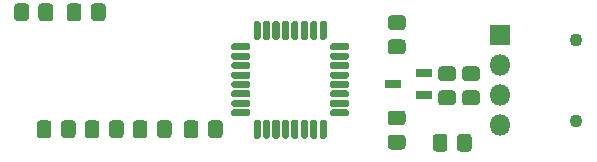
<source format=gbr>
%TF.GenerationSoftware,KiCad,Pcbnew,5.1.6-c6e7f7d~87~ubuntu18.04.1*%
%TF.CreationDate,2020-09-27T19:16:18+01:00*%
%TF.ProjectId,OLED_USB_Stick,4f4c4544-5f55-4534-925f-537469636b2e,rev?*%
%TF.SameCoordinates,Original*%
%TF.FileFunction,Soldermask,Bot*%
%TF.FilePolarity,Negative*%
%FSLAX46Y46*%
G04 Gerber Fmt 4.6, Leading zero omitted, Abs format (unit mm)*
G04 Created by KiCad (PCBNEW 5.1.6-c6e7f7d~87~ubuntu18.04.1) date 2020-09-27 19:16:18*
%MOMM*%
%LPD*%
G01*
G04 APERTURE LIST*
%ADD10O,1.800000X1.800000*%
%ADD11R,1.800000X1.800000*%
%ADD12C,1.100000*%
%ADD13R,1.320000X0.750000*%
G04 APERTURE END LIST*
%TO.C,R8*%
G36*
G01*
X139173000Y-72546738D02*
X139173000Y-73503262D01*
G75*
G02*
X138901262Y-73775000I-271738J0D01*
G01*
X138194738Y-73775000D01*
G75*
G02*
X137923000Y-73503262I0J271738D01*
G01*
X137923000Y-72546738D01*
G75*
G02*
X138194738Y-72275000I271738J0D01*
G01*
X138901262Y-72275000D01*
G75*
G02*
X139173000Y-72546738I0J-271738D01*
G01*
G37*
G36*
G01*
X141223000Y-72546738D02*
X141223000Y-73503262D01*
G75*
G02*
X140951262Y-73775000I-271738J0D01*
G01*
X140244738Y-73775000D01*
G75*
G02*
X139973000Y-73503262I0J271738D01*
G01*
X139973000Y-72546738D01*
G75*
G02*
X140244738Y-72275000I271738J0D01*
G01*
X140951262Y-72275000D01*
G75*
G02*
X141223000Y-72546738I0J-271738D01*
G01*
G37*
%TD*%
%TO.C,D5*%
G36*
G01*
X144418000Y-73503262D02*
X144418000Y-72546738D01*
G75*
G02*
X144689738Y-72275000I271738J0D01*
G01*
X145396262Y-72275000D01*
G75*
G02*
X145668000Y-72546738I0J-271738D01*
G01*
X145668000Y-73503262D01*
G75*
G02*
X145396262Y-73775000I-271738J0D01*
G01*
X144689738Y-73775000D01*
G75*
G02*
X144418000Y-73503262I0J271738D01*
G01*
G37*
G36*
G01*
X142368000Y-73503262D02*
X142368000Y-72546738D01*
G75*
G02*
X142639738Y-72275000I271738J0D01*
G01*
X143346262Y-72275000D01*
G75*
G02*
X143618000Y-72546738I0J-271738D01*
G01*
X143618000Y-73503262D01*
G75*
G02*
X143346262Y-73775000I-271738J0D01*
G01*
X142639738Y-73775000D01*
G75*
G02*
X142368000Y-73503262I0J271738D01*
G01*
G37*
%TD*%
%TO.C,R7*%
G36*
G01*
X176115238Y-79648000D02*
X177071762Y-79648000D01*
G75*
G02*
X177343500Y-79919738I0J-271738D01*
G01*
X177343500Y-80626262D01*
G75*
G02*
X177071762Y-80898000I-271738J0D01*
G01*
X176115238Y-80898000D01*
G75*
G02*
X175843500Y-80626262I0J271738D01*
G01*
X175843500Y-79919738D01*
G75*
G02*
X176115238Y-79648000I271738J0D01*
G01*
G37*
G36*
G01*
X176115238Y-77598000D02*
X177071762Y-77598000D01*
G75*
G02*
X177343500Y-77869738I0J-271738D01*
G01*
X177343500Y-78576262D01*
G75*
G02*
X177071762Y-78848000I-271738J0D01*
G01*
X176115238Y-78848000D01*
G75*
G02*
X175843500Y-78576262I0J271738D01*
G01*
X175843500Y-77869738D01*
G75*
G02*
X176115238Y-77598000I271738J0D01*
G01*
G37*
%TD*%
%TO.C,R6*%
G36*
G01*
X174083238Y-79648000D02*
X175039762Y-79648000D01*
G75*
G02*
X175311500Y-79919738I0J-271738D01*
G01*
X175311500Y-80626262D01*
G75*
G02*
X175039762Y-80898000I-271738J0D01*
G01*
X174083238Y-80898000D01*
G75*
G02*
X173811500Y-80626262I0J271738D01*
G01*
X173811500Y-79919738D01*
G75*
G02*
X174083238Y-79648000I271738J0D01*
G01*
G37*
G36*
G01*
X174083238Y-77598000D02*
X175039762Y-77598000D01*
G75*
G02*
X175311500Y-77869738I0J-271738D01*
G01*
X175311500Y-78576262D01*
G75*
G02*
X175039762Y-78848000I-271738J0D01*
G01*
X174083238Y-78848000D01*
G75*
G02*
X173811500Y-78576262I0J271738D01*
G01*
X173811500Y-77869738D01*
G75*
G02*
X174083238Y-77598000I271738J0D01*
G01*
G37*
%TD*%
%TO.C,C3*%
G36*
G01*
X154324000Y-83409262D02*
X154324000Y-82452738D01*
G75*
G02*
X154595738Y-82181000I271738J0D01*
G01*
X155302262Y-82181000D01*
G75*
G02*
X155574000Y-82452738I0J-271738D01*
G01*
X155574000Y-83409262D01*
G75*
G02*
X155302262Y-83681000I-271738J0D01*
G01*
X154595738Y-83681000D01*
G75*
G02*
X154324000Y-83409262I0J271738D01*
G01*
G37*
G36*
G01*
X152274000Y-83409262D02*
X152274000Y-82452738D01*
G75*
G02*
X152545738Y-82181000I271738J0D01*
G01*
X153252262Y-82181000D01*
G75*
G02*
X153524000Y-82452738I0J-271738D01*
G01*
X153524000Y-83409262D01*
G75*
G02*
X153252262Y-83681000I-271738J0D01*
G01*
X152545738Y-83681000D01*
G75*
G02*
X152274000Y-83409262I0J271738D01*
G01*
G37*
%TD*%
%TO.C,C1*%
G36*
G01*
X141078000Y-82452738D02*
X141078000Y-83409262D01*
G75*
G02*
X140806262Y-83681000I-271738J0D01*
G01*
X140099738Y-83681000D01*
G75*
G02*
X139828000Y-83409262I0J271738D01*
G01*
X139828000Y-82452738D01*
G75*
G02*
X140099738Y-82181000I271738J0D01*
G01*
X140806262Y-82181000D01*
G75*
G02*
X141078000Y-82452738I0J-271738D01*
G01*
G37*
G36*
G01*
X143128000Y-82452738D02*
X143128000Y-83409262D01*
G75*
G02*
X142856262Y-83681000I-271738J0D01*
G01*
X142149738Y-83681000D01*
G75*
G02*
X141878000Y-83409262I0J271738D01*
G01*
X141878000Y-82452738D01*
G75*
G02*
X142149738Y-82181000I271738J0D01*
G01*
X142856262Y-82181000D01*
G75*
G02*
X143128000Y-82452738I0J-271738D01*
G01*
G37*
%TD*%
%TO.C,C2*%
G36*
G01*
X150006000Y-83409262D02*
X150006000Y-82452738D01*
G75*
G02*
X150277738Y-82181000I271738J0D01*
G01*
X150984262Y-82181000D01*
G75*
G02*
X151256000Y-82452738I0J-271738D01*
G01*
X151256000Y-83409262D01*
G75*
G02*
X150984262Y-83681000I-271738J0D01*
G01*
X150277738Y-83681000D01*
G75*
G02*
X150006000Y-83409262I0J271738D01*
G01*
G37*
G36*
G01*
X147956000Y-83409262D02*
X147956000Y-82452738D01*
G75*
G02*
X148227738Y-82181000I271738J0D01*
G01*
X148934262Y-82181000D01*
G75*
G02*
X149206000Y-82452738I0J-271738D01*
G01*
X149206000Y-83409262D01*
G75*
G02*
X148934262Y-83681000I-271738J0D01*
G01*
X148227738Y-83681000D01*
G75*
G02*
X147956000Y-83409262I0J271738D01*
G01*
G37*
%TD*%
%TO.C,FB1*%
G36*
G01*
X145942000Y-83409262D02*
X145942000Y-82452738D01*
G75*
G02*
X146213738Y-82181000I271738J0D01*
G01*
X146920262Y-82181000D01*
G75*
G02*
X147192000Y-82452738I0J-271738D01*
G01*
X147192000Y-83409262D01*
G75*
G02*
X146920262Y-83681000I-271738J0D01*
G01*
X146213738Y-83681000D01*
G75*
G02*
X145942000Y-83409262I0J271738D01*
G01*
G37*
G36*
G01*
X143892000Y-83409262D02*
X143892000Y-82452738D01*
G75*
G02*
X144163738Y-82181000I271738J0D01*
G01*
X144870262Y-82181000D01*
G75*
G02*
X145142000Y-82452738I0J-271738D01*
G01*
X145142000Y-83409262D01*
G75*
G02*
X144870262Y-83681000I-271738J0D01*
G01*
X144163738Y-83681000D01*
G75*
G02*
X143892000Y-83409262I0J271738D01*
G01*
G37*
%TD*%
D10*
%TO.C,J3*%
X179070000Y-82550000D03*
X179070000Y-80010000D03*
X179070000Y-77470000D03*
D11*
X179070000Y-74930000D03*
%TD*%
D12*
%TO.C,SW1*%
X185521600Y-75412600D03*
X185521600Y-82270600D03*
%TD*%
%TO.C,R5*%
G36*
G01*
X174606000Y-83595738D02*
X174606000Y-84552262D01*
G75*
G02*
X174334262Y-84824000I-271738J0D01*
G01*
X173627738Y-84824000D01*
G75*
G02*
X173356000Y-84552262I0J271738D01*
G01*
X173356000Y-83595738D01*
G75*
G02*
X173627738Y-83324000I271738J0D01*
G01*
X174334262Y-83324000D01*
G75*
G02*
X174606000Y-83595738I0J-271738D01*
G01*
G37*
G36*
G01*
X176656000Y-83595738D02*
X176656000Y-84552262D01*
G75*
G02*
X176384262Y-84824000I-271738J0D01*
G01*
X175677738Y-84824000D01*
G75*
G02*
X175406000Y-84552262I0J271738D01*
G01*
X175406000Y-83595738D01*
G75*
G02*
X175677738Y-83324000I271738J0D01*
G01*
X176384262Y-83324000D01*
G75*
G02*
X176656000Y-83595738I0J-271738D01*
G01*
G37*
%TD*%
%TO.C,U3*%
G36*
G01*
X158190000Y-83565000D02*
X158190000Y-82265000D01*
G75*
G02*
X158340000Y-82115000I150000J0D01*
G01*
X158640000Y-82115000D01*
G75*
G02*
X158790000Y-82265000I0J-150000D01*
G01*
X158790000Y-83565000D01*
G75*
G02*
X158640000Y-83715000I-150000J0D01*
G01*
X158340000Y-83715000D01*
G75*
G02*
X158190000Y-83565000I0J150000D01*
G01*
G37*
G36*
G01*
X158990000Y-83565000D02*
X158990000Y-82265000D01*
G75*
G02*
X159140000Y-82115000I150000J0D01*
G01*
X159440000Y-82115000D01*
G75*
G02*
X159590000Y-82265000I0J-150000D01*
G01*
X159590000Y-83565000D01*
G75*
G02*
X159440000Y-83715000I-150000J0D01*
G01*
X159140000Y-83715000D01*
G75*
G02*
X158990000Y-83565000I0J150000D01*
G01*
G37*
G36*
G01*
X159790000Y-83565000D02*
X159790000Y-82265000D01*
G75*
G02*
X159940000Y-82115000I150000J0D01*
G01*
X160240000Y-82115000D01*
G75*
G02*
X160390000Y-82265000I0J-150000D01*
G01*
X160390000Y-83565000D01*
G75*
G02*
X160240000Y-83715000I-150000J0D01*
G01*
X159940000Y-83715000D01*
G75*
G02*
X159790000Y-83565000I0J150000D01*
G01*
G37*
G36*
G01*
X160590000Y-83565000D02*
X160590000Y-82265000D01*
G75*
G02*
X160740000Y-82115000I150000J0D01*
G01*
X161040000Y-82115000D01*
G75*
G02*
X161190000Y-82265000I0J-150000D01*
G01*
X161190000Y-83565000D01*
G75*
G02*
X161040000Y-83715000I-150000J0D01*
G01*
X160740000Y-83715000D01*
G75*
G02*
X160590000Y-83565000I0J150000D01*
G01*
G37*
G36*
G01*
X161390000Y-83565000D02*
X161390000Y-82265000D01*
G75*
G02*
X161540000Y-82115000I150000J0D01*
G01*
X161840000Y-82115000D01*
G75*
G02*
X161990000Y-82265000I0J-150000D01*
G01*
X161990000Y-83565000D01*
G75*
G02*
X161840000Y-83715000I-150000J0D01*
G01*
X161540000Y-83715000D01*
G75*
G02*
X161390000Y-83565000I0J150000D01*
G01*
G37*
G36*
G01*
X162190000Y-83565000D02*
X162190000Y-82265000D01*
G75*
G02*
X162340000Y-82115000I150000J0D01*
G01*
X162640000Y-82115000D01*
G75*
G02*
X162790000Y-82265000I0J-150000D01*
G01*
X162790000Y-83565000D01*
G75*
G02*
X162640000Y-83715000I-150000J0D01*
G01*
X162340000Y-83715000D01*
G75*
G02*
X162190000Y-83565000I0J150000D01*
G01*
G37*
G36*
G01*
X162990000Y-83565000D02*
X162990000Y-82265000D01*
G75*
G02*
X163140000Y-82115000I150000J0D01*
G01*
X163440000Y-82115000D01*
G75*
G02*
X163590000Y-82265000I0J-150000D01*
G01*
X163590000Y-83565000D01*
G75*
G02*
X163440000Y-83715000I-150000J0D01*
G01*
X163140000Y-83715000D01*
G75*
G02*
X162990000Y-83565000I0J150000D01*
G01*
G37*
G36*
G01*
X163790000Y-83565000D02*
X163790000Y-82265000D01*
G75*
G02*
X163940000Y-82115000I150000J0D01*
G01*
X164240000Y-82115000D01*
G75*
G02*
X164390000Y-82265000I0J-150000D01*
G01*
X164390000Y-83565000D01*
G75*
G02*
X164240000Y-83715000I-150000J0D01*
G01*
X163940000Y-83715000D01*
G75*
G02*
X163790000Y-83565000I0J150000D01*
G01*
G37*
G36*
G01*
X164665000Y-81690000D02*
X164665000Y-81390000D01*
G75*
G02*
X164815000Y-81240000I150000J0D01*
G01*
X166115000Y-81240000D01*
G75*
G02*
X166265000Y-81390000I0J-150000D01*
G01*
X166265000Y-81690000D01*
G75*
G02*
X166115000Y-81840000I-150000J0D01*
G01*
X164815000Y-81840000D01*
G75*
G02*
X164665000Y-81690000I0J150000D01*
G01*
G37*
G36*
G01*
X164665000Y-80890000D02*
X164665000Y-80590000D01*
G75*
G02*
X164815000Y-80440000I150000J0D01*
G01*
X166115000Y-80440000D01*
G75*
G02*
X166265000Y-80590000I0J-150000D01*
G01*
X166265000Y-80890000D01*
G75*
G02*
X166115000Y-81040000I-150000J0D01*
G01*
X164815000Y-81040000D01*
G75*
G02*
X164665000Y-80890000I0J150000D01*
G01*
G37*
G36*
G01*
X164665000Y-80090000D02*
X164665000Y-79790000D01*
G75*
G02*
X164815000Y-79640000I150000J0D01*
G01*
X166115000Y-79640000D01*
G75*
G02*
X166265000Y-79790000I0J-150000D01*
G01*
X166265000Y-80090000D01*
G75*
G02*
X166115000Y-80240000I-150000J0D01*
G01*
X164815000Y-80240000D01*
G75*
G02*
X164665000Y-80090000I0J150000D01*
G01*
G37*
G36*
G01*
X164665000Y-79290000D02*
X164665000Y-78990000D01*
G75*
G02*
X164815000Y-78840000I150000J0D01*
G01*
X166115000Y-78840000D01*
G75*
G02*
X166265000Y-78990000I0J-150000D01*
G01*
X166265000Y-79290000D01*
G75*
G02*
X166115000Y-79440000I-150000J0D01*
G01*
X164815000Y-79440000D01*
G75*
G02*
X164665000Y-79290000I0J150000D01*
G01*
G37*
G36*
G01*
X164665000Y-78490000D02*
X164665000Y-78190000D01*
G75*
G02*
X164815000Y-78040000I150000J0D01*
G01*
X166115000Y-78040000D01*
G75*
G02*
X166265000Y-78190000I0J-150000D01*
G01*
X166265000Y-78490000D01*
G75*
G02*
X166115000Y-78640000I-150000J0D01*
G01*
X164815000Y-78640000D01*
G75*
G02*
X164665000Y-78490000I0J150000D01*
G01*
G37*
G36*
G01*
X164665000Y-77690000D02*
X164665000Y-77390000D01*
G75*
G02*
X164815000Y-77240000I150000J0D01*
G01*
X166115000Y-77240000D01*
G75*
G02*
X166265000Y-77390000I0J-150000D01*
G01*
X166265000Y-77690000D01*
G75*
G02*
X166115000Y-77840000I-150000J0D01*
G01*
X164815000Y-77840000D01*
G75*
G02*
X164665000Y-77690000I0J150000D01*
G01*
G37*
G36*
G01*
X164665000Y-76890000D02*
X164665000Y-76590000D01*
G75*
G02*
X164815000Y-76440000I150000J0D01*
G01*
X166115000Y-76440000D01*
G75*
G02*
X166265000Y-76590000I0J-150000D01*
G01*
X166265000Y-76890000D01*
G75*
G02*
X166115000Y-77040000I-150000J0D01*
G01*
X164815000Y-77040000D01*
G75*
G02*
X164665000Y-76890000I0J150000D01*
G01*
G37*
G36*
G01*
X164665000Y-76090000D02*
X164665000Y-75790000D01*
G75*
G02*
X164815000Y-75640000I150000J0D01*
G01*
X166115000Y-75640000D01*
G75*
G02*
X166265000Y-75790000I0J-150000D01*
G01*
X166265000Y-76090000D01*
G75*
G02*
X166115000Y-76240000I-150000J0D01*
G01*
X164815000Y-76240000D01*
G75*
G02*
X164665000Y-76090000I0J150000D01*
G01*
G37*
G36*
G01*
X163790000Y-75215000D02*
X163790000Y-73915000D01*
G75*
G02*
X163940000Y-73765000I150000J0D01*
G01*
X164240000Y-73765000D01*
G75*
G02*
X164390000Y-73915000I0J-150000D01*
G01*
X164390000Y-75215000D01*
G75*
G02*
X164240000Y-75365000I-150000J0D01*
G01*
X163940000Y-75365000D01*
G75*
G02*
X163790000Y-75215000I0J150000D01*
G01*
G37*
G36*
G01*
X162990000Y-75215000D02*
X162990000Y-73915000D01*
G75*
G02*
X163140000Y-73765000I150000J0D01*
G01*
X163440000Y-73765000D01*
G75*
G02*
X163590000Y-73915000I0J-150000D01*
G01*
X163590000Y-75215000D01*
G75*
G02*
X163440000Y-75365000I-150000J0D01*
G01*
X163140000Y-75365000D01*
G75*
G02*
X162990000Y-75215000I0J150000D01*
G01*
G37*
G36*
G01*
X162190000Y-75215000D02*
X162190000Y-73915000D01*
G75*
G02*
X162340000Y-73765000I150000J0D01*
G01*
X162640000Y-73765000D01*
G75*
G02*
X162790000Y-73915000I0J-150000D01*
G01*
X162790000Y-75215000D01*
G75*
G02*
X162640000Y-75365000I-150000J0D01*
G01*
X162340000Y-75365000D01*
G75*
G02*
X162190000Y-75215000I0J150000D01*
G01*
G37*
G36*
G01*
X161390000Y-75215000D02*
X161390000Y-73915000D01*
G75*
G02*
X161540000Y-73765000I150000J0D01*
G01*
X161840000Y-73765000D01*
G75*
G02*
X161990000Y-73915000I0J-150000D01*
G01*
X161990000Y-75215000D01*
G75*
G02*
X161840000Y-75365000I-150000J0D01*
G01*
X161540000Y-75365000D01*
G75*
G02*
X161390000Y-75215000I0J150000D01*
G01*
G37*
G36*
G01*
X160590000Y-75215000D02*
X160590000Y-73915000D01*
G75*
G02*
X160740000Y-73765000I150000J0D01*
G01*
X161040000Y-73765000D01*
G75*
G02*
X161190000Y-73915000I0J-150000D01*
G01*
X161190000Y-75215000D01*
G75*
G02*
X161040000Y-75365000I-150000J0D01*
G01*
X160740000Y-75365000D01*
G75*
G02*
X160590000Y-75215000I0J150000D01*
G01*
G37*
G36*
G01*
X159790000Y-75215000D02*
X159790000Y-73915000D01*
G75*
G02*
X159940000Y-73765000I150000J0D01*
G01*
X160240000Y-73765000D01*
G75*
G02*
X160390000Y-73915000I0J-150000D01*
G01*
X160390000Y-75215000D01*
G75*
G02*
X160240000Y-75365000I-150000J0D01*
G01*
X159940000Y-75365000D01*
G75*
G02*
X159790000Y-75215000I0J150000D01*
G01*
G37*
G36*
G01*
X158990000Y-75215000D02*
X158990000Y-73915000D01*
G75*
G02*
X159140000Y-73765000I150000J0D01*
G01*
X159440000Y-73765000D01*
G75*
G02*
X159590000Y-73915000I0J-150000D01*
G01*
X159590000Y-75215000D01*
G75*
G02*
X159440000Y-75365000I-150000J0D01*
G01*
X159140000Y-75365000D01*
G75*
G02*
X158990000Y-75215000I0J150000D01*
G01*
G37*
G36*
G01*
X158190000Y-75215000D02*
X158190000Y-73915000D01*
G75*
G02*
X158340000Y-73765000I150000J0D01*
G01*
X158640000Y-73765000D01*
G75*
G02*
X158790000Y-73915000I0J-150000D01*
G01*
X158790000Y-75215000D01*
G75*
G02*
X158640000Y-75365000I-150000J0D01*
G01*
X158340000Y-75365000D01*
G75*
G02*
X158190000Y-75215000I0J150000D01*
G01*
G37*
G36*
G01*
X156315000Y-76090000D02*
X156315000Y-75790000D01*
G75*
G02*
X156465000Y-75640000I150000J0D01*
G01*
X157765000Y-75640000D01*
G75*
G02*
X157915000Y-75790000I0J-150000D01*
G01*
X157915000Y-76090000D01*
G75*
G02*
X157765000Y-76240000I-150000J0D01*
G01*
X156465000Y-76240000D01*
G75*
G02*
X156315000Y-76090000I0J150000D01*
G01*
G37*
G36*
G01*
X156315000Y-76890000D02*
X156315000Y-76590000D01*
G75*
G02*
X156465000Y-76440000I150000J0D01*
G01*
X157765000Y-76440000D01*
G75*
G02*
X157915000Y-76590000I0J-150000D01*
G01*
X157915000Y-76890000D01*
G75*
G02*
X157765000Y-77040000I-150000J0D01*
G01*
X156465000Y-77040000D01*
G75*
G02*
X156315000Y-76890000I0J150000D01*
G01*
G37*
G36*
G01*
X156315000Y-77690000D02*
X156315000Y-77390000D01*
G75*
G02*
X156465000Y-77240000I150000J0D01*
G01*
X157765000Y-77240000D01*
G75*
G02*
X157915000Y-77390000I0J-150000D01*
G01*
X157915000Y-77690000D01*
G75*
G02*
X157765000Y-77840000I-150000J0D01*
G01*
X156465000Y-77840000D01*
G75*
G02*
X156315000Y-77690000I0J150000D01*
G01*
G37*
G36*
G01*
X156315000Y-78490000D02*
X156315000Y-78190000D01*
G75*
G02*
X156465000Y-78040000I150000J0D01*
G01*
X157765000Y-78040000D01*
G75*
G02*
X157915000Y-78190000I0J-150000D01*
G01*
X157915000Y-78490000D01*
G75*
G02*
X157765000Y-78640000I-150000J0D01*
G01*
X156465000Y-78640000D01*
G75*
G02*
X156315000Y-78490000I0J150000D01*
G01*
G37*
G36*
G01*
X156315000Y-79290000D02*
X156315000Y-78990000D01*
G75*
G02*
X156465000Y-78840000I150000J0D01*
G01*
X157765000Y-78840000D01*
G75*
G02*
X157915000Y-78990000I0J-150000D01*
G01*
X157915000Y-79290000D01*
G75*
G02*
X157765000Y-79440000I-150000J0D01*
G01*
X156465000Y-79440000D01*
G75*
G02*
X156315000Y-79290000I0J150000D01*
G01*
G37*
G36*
G01*
X156315000Y-80090000D02*
X156315000Y-79790000D01*
G75*
G02*
X156465000Y-79640000I150000J0D01*
G01*
X157765000Y-79640000D01*
G75*
G02*
X157915000Y-79790000I0J-150000D01*
G01*
X157915000Y-80090000D01*
G75*
G02*
X157765000Y-80240000I-150000J0D01*
G01*
X156465000Y-80240000D01*
G75*
G02*
X156315000Y-80090000I0J150000D01*
G01*
G37*
G36*
G01*
X156315000Y-80890000D02*
X156315000Y-80590000D01*
G75*
G02*
X156465000Y-80440000I150000J0D01*
G01*
X157765000Y-80440000D01*
G75*
G02*
X157915000Y-80590000I0J-150000D01*
G01*
X157915000Y-80890000D01*
G75*
G02*
X157765000Y-81040000I-150000J0D01*
G01*
X156465000Y-81040000D01*
G75*
G02*
X156315000Y-80890000I0J150000D01*
G01*
G37*
G36*
G01*
X156315000Y-81690000D02*
X156315000Y-81390000D01*
G75*
G02*
X156465000Y-81240000I150000J0D01*
G01*
X157765000Y-81240000D01*
G75*
G02*
X157915000Y-81390000I0J-150000D01*
G01*
X157915000Y-81690000D01*
G75*
G02*
X157765000Y-81840000I-150000J0D01*
G01*
X156465000Y-81840000D01*
G75*
G02*
X156315000Y-81690000I0J150000D01*
G01*
G37*
%TD*%
D13*
%TO.C,U2*%
X170013000Y-79121000D03*
X172633000Y-80071000D03*
X172633000Y-78171000D03*
%TD*%
%TO.C,C8*%
G36*
G01*
X170785262Y-74530000D02*
X169828738Y-74530000D01*
G75*
G02*
X169557000Y-74258262I0J271738D01*
G01*
X169557000Y-73551738D01*
G75*
G02*
X169828738Y-73280000I271738J0D01*
G01*
X170785262Y-73280000D01*
G75*
G02*
X171057000Y-73551738I0J-271738D01*
G01*
X171057000Y-74258262D01*
G75*
G02*
X170785262Y-74530000I-271738J0D01*
G01*
G37*
G36*
G01*
X170785262Y-76580000D02*
X169828738Y-76580000D01*
G75*
G02*
X169557000Y-76308262I0J271738D01*
G01*
X169557000Y-75601738D01*
G75*
G02*
X169828738Y-75330000I271738J0D01*
G01*
X170785262Y-75330000D01*
G75*
G02*
X171057000Y-75601738I0J-271738D01*
G01*
X171057000Y-76308262D01*
G75*
G02*
X170785262Y-76580000I-271738J0D01*
G01*
G37*
%TD*%
%TO.C,C5*%
G36*
G01*
X170785262Y-82594500D02*
X169828738Y-82594500D01*
G75*
G02*
X169557000Y-82322762I0J271738D01*
G01*
X169557000Y-81616238D01*
G75*
G02*
X169828738Y-81344500I271738J0D01*
G01*
X170785262Y-81344500D01*
G75*
G02*
X171057000Y-81616238I0J-271738D01*
G01*
X171057000Y-82322762D01*
G75*
G02*
X170785262Y-82594500I-271738J0D01*
G01*
G37*
G36*
G01*
X170785262Y-84644500D02*
X169828738Y-84644500D01*
G75*
G02*
X169557000Y-84372762I0J271738D01*
G01*
X169557000Y-83666238D01*
G75*
G02*
X169828738Y-83394500I271738J0D01*
G01*
X170785262Y-83394500D01*
G75*
G02*
X171057000Y-83666238I0J-271738D01*
G01*
X171057000Y-84372762D01*
G75*
G02*
X170785262Y-84644500I-271738J0D01*
G01*
G37*
%TD*%
M02*

</source>
